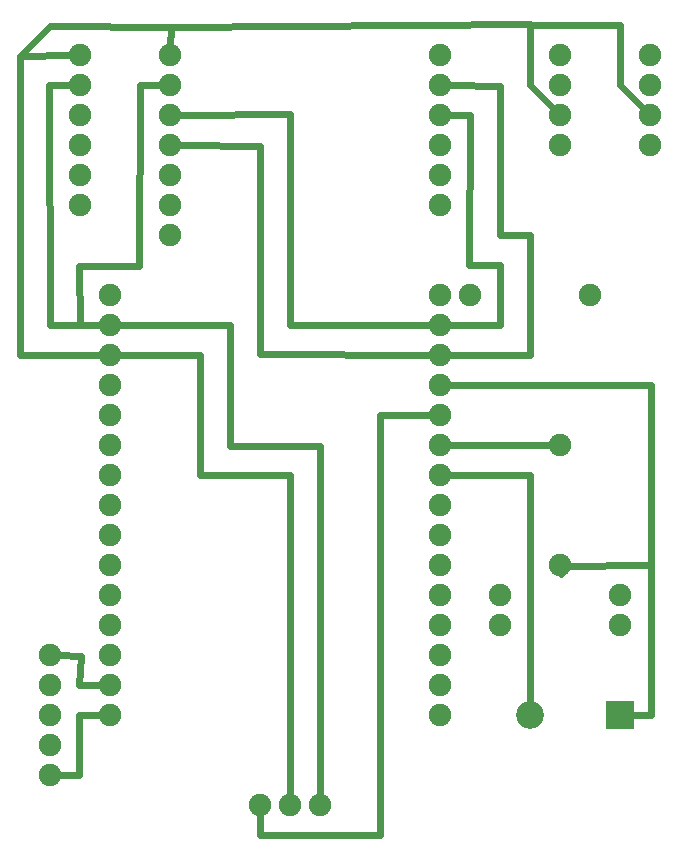
<source format=gbl>
G04 MADE WITH FRITZING*
G04 WWW.FRITZING.ORG*
G04 DOUBLE SIDED*
G04 HOLES PLATED*
G04 CONTOUR ON CENTER OF CONTOUR VECTOR*
%ASAXBY*%
%FSLAX23Y23*%
%MOIN*%
%OFA0B0*%
%SFA1.0B1.0*%
%ADD10C,0.074803*%
%ADD11C,0.075000*%
%ADD12C,0.092000*%
%ADD13R,0.092000X0.092000*%
%ADD14C,0.024000*%
%LNCOPPER0*%
G90*
G70*
G54D10*
X287Y2595D03*
X287Y2195D03*
X287Y2495D03*
X287Y2695D03*
X287Y2395D03*
X287Y2295D03*
X1487Y2695D03*
X1487Y2595D03*
X1487Y2495D03*
X1487Y2395D03*
X1487Y2295D03*
X1487Y2195D03*
X2187Y2495D03*
X2187Y2395D03*
X2187Y2595D03*
X2187Y2695D03*
X1887Y2395D03*
X1887Y2495D03*
X1887Y2595D03*
X1887Y2695D03*
X587Y2195D03*
X587Y2295D03*
X587Y2095D03*
X587Y2395D03*
X587Y2495D03*
X587Y2695D03*
X587Y2595D03*
X187Y395D03*
X187Y495D03*
X187Y295D03*
X187Y695D03*
X187Y595D03*
X1487Y1895D03*
X1487Y1395D03*
X1487Y695D03*
X1487Y1295D03*
X1487Y595D03*
X1487Y495D03*
X1487Y1495D03*
X1487Y1795D03*
X1487Y895D03*
X1487Y1595D03*
X1487Y1195D03*
X1487Y1695D03*
X1487Y995D03*
X1487Y1095D03*
X1487Y795D03*
X887Y195D03*
X987Y195D03*
X1087Y195D03*
X387Y1895D03*
X387Y1695D03*
X387Y1795D03*
X387Y1495D03*
X387Y1595D03*
X387Y1395D03*
X387Y1295D03*
X387Y1095D03*
X387Y1195D03*
X387Y995D03*
X387Y895D03*
X387Y695D03*
X387Y795D03*
X387Y495D03*
X387Y595D03*
G54D11*
X2087Y895D03*
X1687Y895D03*
X1987Y1895D03*
X1587Y1895D03*
X2087Y795D03*
X1687Y795D03*
G54D12*
X2087Y495D03*
X1787Y495D03*
G54D11*
X1887Y995D03*
X1887Y1395D03*
G54D13*
X2087Y495D03*
G54D14*
X288Y1796D02*
X358Y1795D01*
D02*
X285Y495D02*
X285Y295D01*
D02*
X285Y295D02*
X216Y295D01*
D02*
X358Y495D02*
X285Y495D01*
D02*
X289Y694D02*
X216Y695D01*
D02*
X285Y595D02*
X289Y694D01*
D02*
X358Y595D02*
X285Y595D01*
D02*
X1786Y1296D02*
X1787Y532D01*
D02*
X1516Y1295D02*
X1786Y1296D01*
D02*
X589Y2790D02*
X588Y2724D01*
D02*
X589Y2790D02*
X1788Y2798D01*
D02*
X1788Y2596D02*
X1867Y2516D01*
D02*
X1788Y2798D02*
X1788Y2596D01*
D02*
X186Y2794D02*
X589Y2790D01*
D02*
X1786Y2095D02*
X1686Y2095D01*
D02*
X1686Y2095D02*
X1686Y2594D01*
D02*
X1686Y2594D02*
X1516Y2595D01*
D02*
X1786Y1695D02*
X1786Y2095D01*
D02*
X1516Y1695D02*
X1786Y1695D01*
D02*
X1686Y1795D02*
X1686Y1995D01*
D02*
X1587Y2495D02*
X1516Y2495D01*
D02*
X1585Y1995D02*
X1587Y2495D01*
D02*
X1686Y1995D02*
X1585Y1995D01*
D02*
X1516Y1795D02*
X1686Y1795D01*
D02*
X1786Y2796D02*
X2086Y2796D01*
D02*
X2086Y2595D02*
X2167Y2516D01*
D02*
X2086Y2796D02*
X2086Y2595D01*
D02*
X1788Y2798D02*
X1786Y2796D01*
D02*
X87Y2694D02*
X258Y2695D01*
D02*
X185Y2597D02*
X258Y2596D01*
D02*
X187Y1796D02*
X185Y2597D01*
D02*
X288Y1796D02*
X187Y1796D01*
D02*
X285Y1993D02*
X288Y1796D01*
D02*
X485Y1993D02*
X285Y1993D01*
D02*
X486Y2596D02*
X485Y1993D01*
D02*
X558Y2595D02*
X486Y2596D01*
D02*
X87Y2694D02*
X186Y2794D01*
D02*
X86Y1695D02*
X87Y2694D01*
D02*
X358Y1695D02*
X86Y1695D01*
D02*
X988Y2498D02*
X985Y2498D01*
D02*
X985Y2498D02*
X616Y2495D01*
D02*
X986Y1797D02*
X988Y2498D01*
D02*
X1458Y1795D02*
X986Y1797D01*
D02*
X887Y2394D02*
X616Y2395D01*
D02*
X888Y1698D02*
X887Y2394D01*
D02*
X1458Y1695D02*
X888Y1698D01*
D02*
X2189Y1595D02*
X1516Y1595D01*
D02*
X2189Y995D02*
X2189Y1595D01*
D02*
X2189Y495D02*
X2124Y495D01*
D02*
X2189Y995D02*
X2189Y495D01*
D02*
X1890Y967D02*
X1887Y992D01*
D02*
X1887Y992D02*
X2189Y995D01*
D02*
X687Y1695D02*
X687Y1296D01*
D02*
X416Y1695D02*
X687Y1695D01*
D02*
X987Y1296D02*
X987Y224D01*
D02*
X687Y1296D02*
X987Y1296D01*
D02*
X887Y96D02*
X887Y166D01*
D02*
X1288Y1495D02*
X1286Y96D01*
D02*
X1286Y96D02*
X887Y96D01*
D02*
X1458Y1495D02*
X1288Y1495D01*
D02*
X788Y1393D02*
X1088Y1393D01*
D02*
X1088Y1393D02*
X1087Y224D01*
D02*
X787Y1796D02*
X788Y1393D01*
D02*
X416Y1795D02*
X787Y1796D01*
D02*
X1516Y1395D02*
X1858Y1395D01*
G04 End of Copper0*
M02*
</source>
